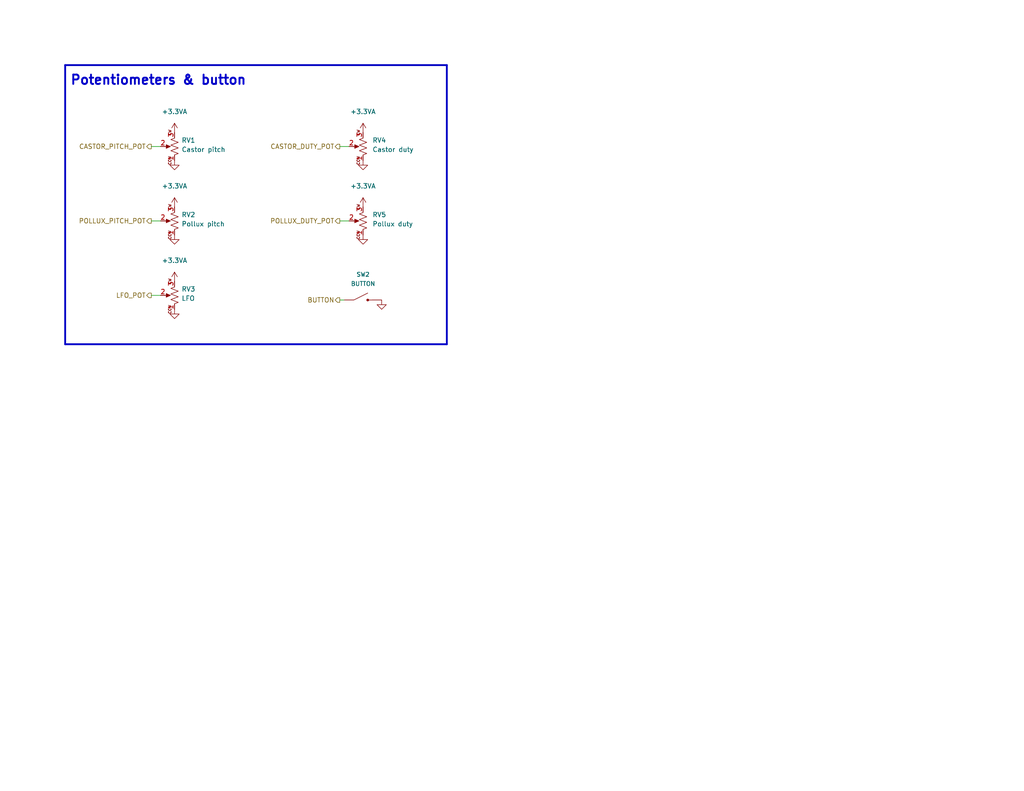
<source format=kicad_sch>
(kicad_sch (version 20230121) (generator eeschema)
  (paper "USLetter")
  (title_block (title "Castor & Pollux") (date "2022-10-07") (rev "v6") (company "Winterbloom") (comment 1 "Alethea Flowers") (comment 2 "CERN-OHL-P v2") (comment 3 "gemini.wntr.dev"))
  (lib_symbols
    (symbol "power:+3.3VA" (power) (pin_names (offset 0))
      (property "Value" "+3.3VA" (at 0 3.556 0))
      (symbol "+3.3VA_0_1"
        (polyline (pts (xy -0.762 1.27) (xy 0 2.54)))
        (polyline (pts (xy 0 0) (xy 0 2.54)))
        (polyline (pts (xy 0 2.54) (xy 0.762 1.27)))
      )
      (symbol "+3.3VA_1_1"
        (pin power_in line (at 0 0 90) (length 0) hide (name "+3.3VA") (number "1"))
      )
    )
    (symbol "power:GND" (power) (pin_names (offset 0))
      (property "Value" "GND" (at 0 -3.81 0))
      (symbol "GND_0_1"
        (polyline (pts (xy 0 0) (xy 0 -1.27) (xy 1.27 -1.27) (xy 0 -2.54) (xy -1.27 -1.27) (xy 0 -1.27)))
      )
      (symbol "GND_1_1"
        (pin power_in line (at 0 0 270) (length 0) hide (name "GND") (number "1"))
      )
    )
    (symbol "winterbloom:Eurorack_Pot" (pin_names (offset 1.016) hide)
      (property "Reference" "RV" (at 0 4.445 0))
      (property "Value" "Eurorack_Pot" (at 0 2.54 0))
      (symbol "Eurorack_Pot_0_0"
        (text "CCW" (at -3.81 -1.27 0) (effects (font (size 0.762 0.762))))
        (text "CW" (at 3.81 -1.27 0) (effects (font (size 0.762 0.762))))
      )
      (symbol "Eurorack_Pot_0_1"
        (polyline (pts (xy -2.286 0) (xy -2.54 0)))
        (polyline (pts (xy 0 -2.54) (xy 0 -1.524)))
        (polyline (pts (xy 2.54 0) (xy 2.286 0)))
        (polyline (pts (xy 0 -1.143) (xy 0.508 -2.286) (xy -0.508 -2.286) (xy 0 -1.143)) (fill (type outline)))
        (polyline (pts (xy -0.762 0) (xy -1.143 -1.016) (xy -1.524 0) (xy -1.905 1.016) (xy -2.286 0)))
        (polyline (pts (xy 0.762 0) (xy 0.381 -1.016) (xy 0 0) (xy -0.381 1.016) (xy -0.762 0)))
        (polyline (pts (xy 2.286 0) (xy 1.905 -1.016) (xy 1.524 0) (xy 1.143 1.016) (xy 0.762 0)))
      )
      (symbol "Eurorack_Pot_1_1"
        (pin passive line (at -3.81 0 0) (length 1.27) (name "1") (number "1"))
        (pin passive line (at 0 -3.81 90) (length 1.27) (name "2") (number "2"))
        (pin passive line (at 3.81 0 180) (length 1.27) (name "3") (number "3"))
      )
    )
    (symbol "winterbloom:Tactile_Switch" (pin_numbers hide) (pin_names (offset 1.016) hide)
      (property "Reference" "SW" (at -1.27 -3.302 0))
      (property "Value" "Tactile_Switch" (at -6.223 -1.524 0))
      (symbol "Tactile_Switch_1_0"
        (polyline (pts (xy -2.54 0) (xy 1.27 1.905)))
        (polyline (pts (xy 2.54 0) (xy 1.27 0)))
        (circle (center 1.27 0) (radius 0.2794) (fill (type outline)))
      )
      (symbol "Tactile_Switch_1_1"
        (pin passive line (at -5.08 0 0) (length 2.54) (name "1") (number "1"))
        (pin passive line (at 5.08 0 180) (length 2.54) (name "2") (number "2"))
      )
    )
  )
  (wire (pts (xy 92.71 60.325) (xy 95.25 60.325)))
  (wire (pts (xy 92.71 81.915) (xy 93.98 81.915)))
  (polyline (pts (xy 121.92 17.78) (xy 121.92 93.98)) (stroke (width 0.5) (type solid)))
  (polyline (pts (xy 121.92 93.98) (xy 17.78 93.98)) (stroke (width 0.5) (type solid)))
  (wire (pts (xy 92.71 40.005) (xy 95.25 40.005)))
  (polyline (pts (xy 17.78 17.78) (xy 121.92 17.78)) (stroke (width 0.5) (type solid)))
  (wire (pts (xy 41.275 80.645) (xy 43.815 80.645)))
  (wire (pts (xy 41.275 60.325) (xy 43.815 60.325)))
  (polyline (pts (xy 17.78 17.78) (xy 17.78 93.98)) (stroke (width 0.5) (type solid)))
  (wire (pts (xy 41.275 40.005) (xy 43.815 40.005)))
  (text "Potentiometers & button" (at 19.05 23.495 0) (effects (font (size 2.54 2.54) (thickness 0.508) bold) (justify left bottom)))
  (hierarchical_label "POLLUX_PITCH_POT" (shape output) (at 41.275 60.325 180))
  (hierarchical_label "CASTOR_PITCH_POT" (shape output) (at 41.275 40.005 180))
  (hierarchical_label "LFO_POT" (shape output) (at 41.275 80.645 180))
  (hierarchical_label "POLLUX_DUTY_POT" (shape output) (at 92.71 60.325 180))
  (hierarchical_label "CASTOR_DUTY_POT" (shape output) (at 92.71 40.005 180))
  (hierarchical_label "BUTTON" (shape output) (at 92.71 81.915 180))
  (symbol (lib_id "winterbloom:Eurorack_Pot") (at 99.06 60.325 270) (mirror x) (unit 1)
    (property "Reference" "RV5" (at 101.6 58.6104 90) (effects (justify left)))
    (property "Value" "Pollux duty" (at 101.6 61.1504 90) (effects (justify left)))
    (property "Footprint" "winterbloom:Potentiometer_Alpha_R0904N" (effects hide))
    (property "Datasheet" "https://s3.us-west-2.amazonaws.com/secure.notion-static.com/c2e29654-9937-4f21-ad37-19aeb30b6cf7/R0904N%28KQ%29-LWS.pdf?X-Amz-Algorithm=AWS4-HMAC-SHA256&X-Amz-Credential=AKIAT73L2G45O3KS52Y5%2F20210212%2Fus-west-2%2Fs3%2Faws4_request&X-Amz-Date=20210212T061200Z&X-Amz-Expires=86400&X-Amz-Signature=79cad3de6b24b7023aa449b148ed3570970ec3161da0e13127712a5cd74fcd34&X-Amz-SignedHeaders=host&response-content-disposition=filename%20%3D%22R0904N%28KQ%29-LWS.pdf%22" (effects hide))
    (property "MPN" "https://www.thonk.co.uk/shop/vertical-b10k-10k-linear/" (effects hide))
    (property "Notes" "6.35 mm round shaft, 15 mm height" (effects hide))
    (property "Rating" "A10k" (effects hide))
  )
  (symbol (lib_id "power:GND") (at 104.14 81.915 0) (unit 1)
    (property "Reference" "#PWR0115" (effects hide))
    (property "Value" "GND" (effects hide))
  )
  (symbol (lib_id "power:GND") (at 47.625 64.135 0) (unit 1)
    (property "Reference" "#PWR0112" (effects hide))
    (property "Value" "GND" (effects hide))
  )
  (symbol (lib_id "power:+3.3VA") (at 47.625 36.195 0) (unit 1)
    (property "Reference" "#PWR0110" (effects hide))
    (property "Value" "+3.3VA" (at 47.625 30.48 0))
  )
  (symbol (lib_id "power:GND") (at 47.625 43.815 0) (unit 1)
    (property "Reference" "#PWR0114" (effects hide))
    (property "Value" "GND" (effects hide))
  )
  (symbol (lib_id "winterbloom:Tactile_Switch") (at 99.06 81.915 0) (unit 1)
    (property "Reference" "SW2" (at 99.06 74.93 0) (effects (font (size 1.143 1.143))))
    (property "Value" "BUTTON" (at 99.06 77.47 0) (effects (font (size 1.143 1.143))))
    (property "Footprint" "winterbloom:Tactile_Switch_6mm" (effects hide))
    (property "Datasheet" "https://sten-eswitch-13110800-production.s3.amazonaws.com/system/asset/product_line/data_sheet/144/TL1105.pdf" (effects hide))
    (property "MPN" "TL1105SPF160Q, TL1105SPF100Q, TL1105SPF250Q" (effects hide))
  )
  (symbol (lib_id "power:GND") (at 99.06 64.135 0) (unit 1)
    (property "Reference" "#PWR0116" (effects hide))
    (property "Value" "GND" (effects hide))
  )
  (symbol (lib_id "winterbloom:Eurorack_Pot") (at 47.625 60.325 270) (mirror x) (unit 1)
    (property "Reference" "RV2" (at 49.53 58.6104 90) (effects (justify left)))
    (property "Value" "Pollux pitch" (at 49.53 61.1504 90) (effects (justify left)))
    (property "Footprint" "winterbloom:Potentiometer_Alpha_R0904N" (effects hide))
    (property "Datasheet" "https://s3.us-west-2.amazonaws.com/secure.notion-static.com/c2e29654-9937-4f21-ad37-19aeb30b6cf7/R0904N%28KQ%29-LWS.pdf?X-Amz-Algorithm=AWS4-HMAC-SHA256&X-Amz-Credential=AKIAT73L2G45O3KS52Y5%2F20210212%2Fus-west-2%2Fs3%2Faws4_request&X-Amz-Date=20210212T061200Z&X-Amz-Expires=86400&X-Amz-Signature=79cad3de6b24b7023aa449b148ed3570970ec3161da0e13127712a5cd74fcd34&X-Amz-SignedHeaders=host&response-content-disposition=filename%20%3D%22R0904N%28KQ%29-LWS.pdf%22" (effects hide))
    (property "MPN" "https://www.thonk.co.uk/shop/vertical-b10k-10k-linear/" (effects hide))
    (property "Notes" "6.35 mm round shaft, 15 mm height" (effects hide))
    (property "Rating" "A10k" (effects hide))
  )
  (symbol (lib_id "power:GND") (at 99.06 43.815 0) (unit 1)
    (property "Reference" "#PWR0106" (effects hide))
    (property "Value" "GND" (effects hide))
  )
  (symbol (lib_id "power:+3.3VA") (at 47.625 76.835 0) (unit 1)
    (property "Reference" "#PWR0109" (effects hide))
    (property "Value" "+3.3VA" (at 47.625 71.12 0))
  )
  (symbol (lib_id "power:+3.3VA") (at 47.625 56.515 0) (unit 1)
    (property "Reference" "#PWR0113" (effects hide))
    (property "Value" "+3.3VA" (at 47.625 50.8 0))
  )
  (symbol (lib_id "winterbloom:Eurorack_Pot") (at 47.625 40.005 270) (mirror x) (unit 1)
    (property "Reference" "RV1" (at 49.53 38.2904 90) (effects (justify left)))
    (property "Value" "Castor pitch" (at 49.53 40.8304 90) (effects (justify left)))
    (property "Footprint" "winterbloom:Potentiometer_Alpha_R0904N" (effects hide))
    (property "Datasheet" "https://s3.us-west-2.amazonaws.com/secure.notion-static.com/c2e29654-9937-4f21-ad37-19aeb30b6cf7/R0904N%28KQ%29-LWS.pdf?X-Amz-Algorithm=AWS4-HMAC-SHA256&X-Amz-Credential=AKIAT73L2G45O3KS52Y5%2F20210212%2Fus-west-2%2Fs3%2Faws4_request&X-Amz-Date=20210212T061200Z&X-Amz-Expires=86400&X-Amz-Signature=79cad3de6b24b7023aa449b148ed3570970ec3161da0e13127712a5cd74fcd34&X-Amz-SignedHeaders=host&response-content-disposition=filename%20%3D%22R0904N%28KQ%29-LWS.pdf%22" (effects hide))
    (property "MPN" "https://www.thonk.co.uk/shop/vertical-b10k-10k-linear/" (effects hide))
    (property "Notes" "6.35 mm round shaft, 15 mm height" (effects hide))
    (property "Rating" "A10k" (effects hide))
  )
  (symbol (lib_id "winterbloom:Eurorack_Pot") (at 99.06 40.005 270) (mirror x) (unit 1)
    (property "Reference" "RV4" (at 101.6 38.2904 90) (effects (justify left)))
    (property "Value" "Castor duty" (at 101.6 40.8304 90) (effects (justify left)))
    (property "Footprint" "winterbloom:Potentiometer_Alpha_R0904N" (effects hide))
    (property "Datasheet" "https://s3.us-west-2.amazonaws.com/secure.notion-static.com/c2e29654-9937-4f21-ad37-19aeb30b6cf7/R0904N%28KQ%29-LWS.pdf?X-Amz-Algorithm=AWS4-HMAC-SHA256&X-Amz-Credential=AKIAT73L2G45O3KS52Y5%2F20210212%2Fus-west-2%2Fs3%2Faws4_request&X-Amz-Date=20210212T061200Z&X-Amz-Expires=86400&X-Amz-Signature=79cad3de6b24b7023aa449b148ed3570970ec3161da0e13127712a5cd74fcd34&X-Amz-SignedHeaders=host&response-content-disposition=filename%20%3D%22R0904N%28KQ%29-LWS.pdf%22" (effects hide))
    (property "MPN" "https://www.thonk.co.uk/shop/vertical-b10k-10k-linear/" (effects hide))
    (property "Notes" "6.35 mm round shaft, 15 mm height" (effects hide))
    (property "Rating" "A10k" (effects hide))
  )
  (symbol (lib_id "power:+3.3VA") (at 99.06 36.195 0) (unit 1)
    (property "Reference" "#PWR0107" (effects hide))
    (property "Value" "+3.3VA" (at 99.06 30.48 0))
  )
  (symbol (lib_id "power:GND") (at 47.625 84.455 0) (unit 1)
    (property "Reference" "#PWR0108" (effects hide))
    (property "Value" "GND" (effects hide))
  )
  (symbol (lib_id "power:+3.3VA") (at 99.06 56.515 0) (unit 1)
    (property "Reference" "#PWR0111" (effects hide))
    (property "Value" "+3.3VA" (at 99.06 50.8 0))
  )
  (symbol (lib_id "winterbloom:Eurorack_Pot") (at 47.625 80.645 270) (mirror x) (unit 1)
    (property "Reference" "RV3" (at 49.53 78.9304 90) (effects (justify left)))
    (property "Value" "LFO" (at 49.53 81.4704 90) (effects (justify left)))
    (property "Footprint" "winterbloom:Potentiometer_Alpha_R0904N" (effects hide))
    (property "Datasheet" "https://s3.us-west-2.amazonaws.com/secure.notion-static.com/c2e29654-9937-4f21-ad37-19aeb30b6cf7/R0904N%28KQ%29-LWS.pdf?X-Amz-Algorithm=AWS4-HMAC-SHA256&X-Amz-Credential=AKIAT73L2G45O3KS52Y5%2F20210212%2Fus-west-2%2Fs3%2Faws4_request&X-Amz-Date=20210212T061200Z&X-Amz-Expires=86400&X-Amz-Signature=79cad3de6b24b7023aa449b148ed3570970ec3161da0e13127712a5cd74fcd34&X-Amz-SignedHeaders=host&response-content-disposition=filename%20%3D%22R0904N%28KQ%29-LWS.pdf%22" (effects hide))
    (property "MPN" "https://www.thonk.co.uk/shop/vertical-b10k-10k-linear/" (effects hide))
    (property "Notes" "6.35 mm round shaft, 15 mm height" (effects hide))
    (property "Rating" "A10k" (effects hide))
  )
)
</source>
